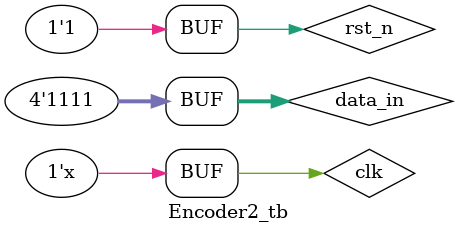
<source format=v>
/************************************************************
//VLSI_Final_LAB
//Function:(7,4) Cyclic code codec
//g(x)=1+x+x^3
//Version:1.0
//module:Encoder2_testbench
*************************************************************/
module Encoder2_tb ();
    reg clk;
    reg rst_n;
    reg [3:0] data_in;
    wire [6:0]data_out;



    Encoder2 test(
        .clk(clk),
        .rst_n(rst_n),
        .data_in(data_in),
        .data_out(data_out)
    );

    initial begin
        #5 clk = 1'd1;
        #1 rst_n =1'd1;
        #4 rst_n = 1'd0;
        #10 rst_n = 1'd1;
            data_in = 4'b1010;
        #10 data_in = 4'b1001;
        #10 data_in = 4'b0011;
        #10 data_in = 4'b0001;
        #10 data_in = 4'b1111;
    end

    always #5 clk = ~clk;

endmodule

</source>
